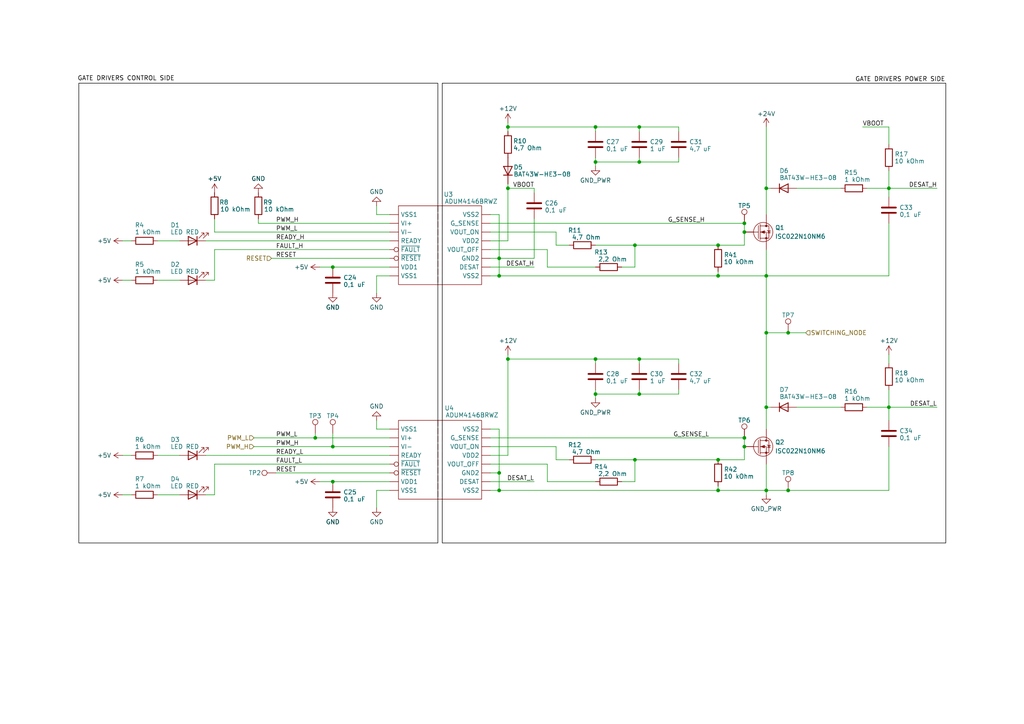
<source format=kicad_sch>
(kicad_sch (version 20231120) (generator "eeschema") (generator_version "8.0")
  (paper "A4")
  (title_block (title "ELE0124CL Power Buck Gate Drivers") (date "2024-08-04") (rev "1.0") (company "ELE0124CL"))
  (lib_symbols
    (symbol "Device:C" (pin_numbers hide) (pin_names (offset 0.254))
      (property "Reference" "C" (at 0.635 2.54 0))
      (property "Value" "C" (at 0.635 -2.54 0))
      (symbol "C_0_1"
        (polyline (pts (xy -2.032 -0.762) (xy 2.032 -0.762)) (stroke (width 0.508)))
        (polyline (pts (xy -2.032 0.762) (xy 2.032 0.762)) (stroke (width 0.508)))
      )
      (symbol "C_1_1"
        (pin passive line (at 0 3.81 270) (length 2.794) (name "~") (number "1"))
        (pin passive line (at 0 -3.81 90) (length 2.794) (name "~") (number "2"))
      )
    )
    (symbol "Device:D" (pin_numbers hide) (pin_names (offset 1.016) hide)
      (property "Reference" "D" (at 0 2.54 0))
      (property "Value" "D" (at 0 -2.54 0))
      (symbol "D_0_1"
        (polyline (pts (xy -1.27 1.27) (xy -1.27 -1.27)) (stroke (width 0.254)))
        (polyline (pts (xy 1.27 0) (xy -1.27 0)))
        (polyline (pts (xy 1.27 1.27) (xy 1.27 -1.27) (xy -1.27 0) (xy 1.27 1.27)) (stroke (width 0.254)))
      )
      (symbol "D_1_1"
        (pin passive line (at -3.81 0 0) (length 2.54) (name "K") (number "1"))
        (pin passive line (at 3.81 0 180) (length 2.54) (name "A") (number "2"))
      )
    )
    (symbol "Device:LED" (pin_numbers hide) (pin_names (offset 1.016) hide)
      (property "Reference" "D" (at 0 2.54 0))
      (property "Value" "LED" (at 0 -2.54 0))
      (symbol "LED_0_1"
        (polyline (pts (xy -1.27 -1.27) (xy -1.27 1.27)) (stroke (width 0.254)))
        (polyline (pts (xy -1.27 0) (xy 1.27 0)))
        (polyline (pts (xy 1.27 -1.27) (xy 1.27 1.27) (xy -1.27 0) (xy 1.27 -1.27)) (stroke (width 0.254)))
        (polyline (pts (xy -3.048 -0.762) (xy -4.572 -2.286) (xy -3.81 -2.286) (xy -4.572 -2.286) (xy -4.572 -1.524)))
        (polyline (pts (xy -1.778 -0.762) (xy -3.302 -2.286) (xy -2.54 -2.286) (xy -3.302 -2.286) (xy -3.302 -1.524)))
      )
      (symbol "LED_1_1"
        (pin passive line (at -3.81 0 0) (length 2.54) (name "K") (number "1"))
        (pin passive line (at 3.81 0 180) (length 2.54) (name "A") (number "2"))
      )
    )
    (symbol "Device:R" (pin_numbers hide) (pin_names (offset 0))
      (property "Reference" "R" (at 2.032 0 90))
      (property "Value" "R" (at 0 0 90))
      (symbol "R_0_1"
        (rectangle (start -1.016 -2.54) (end 1.016 2.54) (stroke (width 0.254)))
      )
      (symbol "R_1_1"
        (pin passive line (at 0 3.81 270) (length 1.27) (name "~") (number "1"))
        (pin passive line (at 0 -3.81 90) (length 1.27) (name "~") (number "2"))
      )
    )
    (symbol "ELE0124CL_library:+12V" (power) (pin_numbers hide) (pin_names (offset 0) hide) (exclude_from_sim yes) (in_bom no)
      (property "Value" "+12V" (at -2.54 3.81 0))
      (symbol "+12V_0_1"
        (polyline (pts (xy -0.762 1.27) (xy 0 2.54)))
        (polyline (pts (xy 0 0) (xy 0 2.54)))
        (polyline (pts (xy 0 2.54) (xy 0.762 1.27)))
      )
      (symbol "+12V_1_1"
        (pin power_in line (at 0 0 90) (length 1.27) hide (name "+12V") (number "1"))
      )
    )
    (symbol "ELE0124CL_library:+24V" (power) (pin_numbers hide) (pin_names (offset 0) hide) (exclude_from_sim yes) (in_bom no)
      (property "Value" "+24V" (at -2.54 3.81 0))
      (symbol "+24V_0_1"
        (polyline (pts (xy -0.762 1.27) (xy 0 2.54)))
        (polyline (pts (xy 0 0) (xy 0 2.54)))
        (polyline (pts (xy 0 2.54) (xy 0.762 1.27)))
      )
      (symbol "+24V_1_1"
        (pin power_in line (at 0 0 90) (length 1.27) hide (name "+24V") (number "1"))
      )
    )
    (symbol "ELE0124CL_library:+5V" (power) (pin_numbers hide) (pin_names (offset 0) hide) (exclude_from_sim yes) (in_bom no)
      (property "Value" "+5V" (at -1.905 3.81 0))
      (symbol "+5V_0_1"
        (polyline (pts (xy -0.762 1.27) (xy 0 2.54)))
        (polyline (pts (xy 0 0) (xy 0 2.54)))
        (polyline (pts (xy 0 2.54) (xy 0.762 1.27)))
      )
      (symbol "+5V_1_1"
        (pin power_in line (at 0 0 90) (length 1.27) hide (name "+5V") (number "1"))
      )
    )
    (symbol "ELE0124CL_library:GATE DRIVER ADUM4146BRWZ" (pin_numbers hide) (pin_names (offset 0.635))
      (property "Reference" "U" (at 0.508 3.175 0))
      (property "Value" "ADUM4146BRWZ" (at 0.508 1.27 0))
      (symbol "GATE DRIVER ADUM4146BRWZ_0_1"
        (rectangle (start 0 0) (end 24.13 -22.86))
      )
      (symbol "GATE DRIVER ADUM4146BRWZ_1_1"
        (polyline (pts (xy 11.43 0) (xy 11.43 -22.86)) (stroke (width 0) (type dash)))
        (polyline (pts (xy 12.7 0) (xy 12.7 -22.86)) (stroke (width 0) (type dash)))
        (pin passive line (at -2.54 -2.54 0) (length 2.54) (name "VSS1") (number "1"))
        (pin passive line (at 26.67 -17.78 180) (length 2.54) (name "DESAT") (number "10"))
        (pin passive line (at 26.67 -15.24 180) (length 2.54) (name "GND2") (number "11"))
        (pin passive line (at 26.67 -12.7 180) (length 2.54) (name "VOUT_OFF") (number "12"))
        (pin passive line (at 26.67 -10.16 180) (length 2.54) (name "VDD2") (number "13"))
        (pin passive line (at 26.67 -7.62 180) (length 2.54) (name "VOUT_ON") (number "14"))
        (pin passive line (at 26.67 -5.08 180) (length 2.54) (name "G_SENSE") (number "15"))
        (pin passive line (at 26.67 -2.54 180) (length 2.54) (name "VSS2") (number "16"))
        (pin passive line (at -2.54 -5.08 0) (length 2.54) (name "VI+") (number "2"))
        (pin passive line (at -2.54 -7.62 0) (length 2.54) (name "VI-") (number "3"))
        (pin passive line (at -2.54 -10.16 0) (length 2.54) (name "READY") (number "4"))
        (pin passive inverted (at -2.54 -12.7 0) (length 2.54) (name "~{FAULT}") (number "5"))
        (pin passive inverted (at -2.54 -15.24 0) (length 2.54) (name "~{RESET}") (number "6"))
        (pin passive line (at -2.54 -17.78 0) (length 2.54) (name "VDD1") (number "7"))
        (pin passive line (at -2.54 -20.32 0) (length 2.54) (name "VSS1") (number "8"))
        (pin passive line (at 26.67 -20.32 180) (length 2.54) (name "VSS2") (number "9"))
      )
    )
    (symbol "ELE0124CL_library:GND" (power) (pin_numbers hide) (pin_names (offset 0) hide) (exclude_from_sim yes) (in_bom no)
      (property "Value" "GND" (at -1.905 -3.81 0))
      (symbol "GND_0_1"
        (polyline (pts (xy 0 0) (xy 0 -1.27) (xy 1.27 -1.27) (xy 0 -2.54) (xy -1.27 -1.27) (xy 0 -1.27)))
      )
      (symbol "GND_1_1"
        (pin power_in line (at 0 0 270) (length 1.27) hide (name "GND") (number "1"))
      )
    )
    (symbol "ELE0124CL_library:GND_PWR" (power) (pin_numbers hide) (pin_names (offset 0) hide) (exclude_from_sim yes) (in_bom no)
      (property "Value" "GND_PWR" (at -4.445 -3.81 0))
      (symbol "GND_PWR_0_1"
        (polyline (pts (xy 0 0) (xy 0 -1.27) (xy 1.27 -1.27) (xy 0 -2.54) (xy -1.27 -1.27) (xy 0 -1.27)))
      )
      (symbol "GND_PWR_1_1"
        (pin power_in line (at 0 0 270) (length 1.27) hide (name "GND_PWR") (number "1"))
      )
    )
    (symbol "ELE0124CL_library:MOSFET N-CHANNEL ISC022N10NM6" (pin_numbers hide) (pin_names (offset 0) hide)
      (property "Reference" "Q" (at 2.54 1.905 0))
      (property "Value" "ISC022N10NM6" (at 2.54 0 0))
      (symbol "MOSFET N-CHANNEL ISC022N10NM6_0_1"
        (circle (center 0 -1.778) (radius 0.254) (fill (type outline)))
        (polyline (pts (xy -2.286 0) (xy -3.81 0)))
        (polyline (pts (xy 0 2.54) (xy 0 1.778)))
        (polyline (pts (xy 0 -2.54) (xy 0 0) (xy -1.778 0)))
        (polyline (pts (xy -1.778 -1.778) (xy 0.762 -1.778) (xy 0.762 1.778) (xy -1.778 1.778)))
        (polyline (pts (xy -1.524 0) (xy -0.508 0.381) (xy -0.508 -0.381) (xy -1.524 0)) (fill (type outline)))
        (polyline (pts (xy 0.254 0.508) (xy 0.381 0.381) (xy 1.143 0.381) (xy 1.27 0.254)))
        (polyline (pts (xy 0.762 0.381) (xy 0.381 -0.254) (xy 1.143 -0.254) (xy 0.762 0.381)))
        (circle (center 0 1.778) (radius 0.254) (fill (type outline)))
      )
      (symbol "MOSFET N-CHANNEL ISC022N10NM6_1_1"
        (circle (center -0.889 0) (radius 2.794))
        (polyline (pts (xy -2.286 1.905) (xy -2.286 -1.905)))
        (polyline (pts (xy -1.778 2.286) (xy -1.778 -2.286)))
        (pin passive line (at 0 -5.08 90) (length 2.54) (name "S") (number "1"))
        (pin passive line (at -6.35 0 0) (length 2.54) (name "G") (number "2"))
        (pin passive line (at 0 5.08 270) (length 2.54) (name "D") (number "3"))
      )
    )
    (symbol "ELE0124CL_library:TP" (pin_numbers hide) (pin_names (offset 0) hide) (in_bom no)
      (property "Reference" "TP" (at -1.27 5.08 0))
      (symbol "TP_0_1"
        (circle (center 0 3.302) (radius 0.762))
      )
      (symbol "TP_1_1"
        (pin passive line (at 0 0 90) (length 2.54) (name "TP") (number "1"))
      )
    )
  )
  (junction (at 215.9 127))
  (junction (at 257.81 54.61))
  (junction (at 144.78 80.01))
  (junction (at 222.25 118.11))
  (junction (at 185.42 36.83))
  (junction (at 147.32 36.83))
  (junction (at 144.78 137.16))
  (junction (at 144.78 74.93))
  (junction (at 215.9 64.77))
  (junction (at 222.25 80.01))
  (junction (at 144.78 142.24))
  (junction (at 96.52 129.54))
  (junction (at 228.6 96.52))
  (junction (at 215.9 67.31))
  (junction (at 208.28 133.35))
  (junction (at 96.52 139.7))
  (junction (at 215.9 129.54))
  (junction (at 172.72 46.99))
  (junction (at 96.52 77.47))
  (junction (at 172.72 114.3))
  (junction (at 208.28 142.24))
  (junction (at 185.42 104.14))
  (junction (at 228.6 142.24))
  (junction (at 147.32 104.14))
  (junction (at 222.25 54.61))
  (junction (at 172.72 36.83))
  (junction (at 91.44 127))
  (junction (at 185.42 46.99))
  (junction (at 184.15 71.12))
  (junction (at 185.42 114.3))
  (junction (at 257.81 118.11))
  (junction (at 208.28 71.12))
  (junction (at 222.25 96.52))
  (junction (at 222.25 142.24))
  (junction (at 208.28 80.01))
  (junction (at 184.15 133.35))
  (junction (at 147.32 54.61))
  (junction (at 172.72 104.14))
  (wire (pts (xy 172.72 45.72) (xy 172.72 46.99)))
  (wire (pts (xy 257.81 64.77) (xy 257.81 80.01)))
  (wire (pts (xy 142.24 74.93) (xy 144.78 74.93)))
  (wire (pts (xy 172.72 114.3) (xy 185.42 114.3)))
  (wire (pts (xy 222.25 96.52) (xy 228.6 96.52)))
  (wire (pts (xy 172.72 104.14) (xy 185.42 104.14)))
  (wire (pts (xy 257.81 54.61) (xy 257.81 57.15)))
  (wire (pts (xy 222.25 72.39) (xy 222.25 80.01)))
  (wire (pts (xy 158.75 134.62) (xy 158.75 139.7)))
  (wire (pts (xy 147.32 36.83) (xy 172.72 36.83)))
  (wire (pts (xy 113.03 124.46) (xy 109.22 124.46)))
  (wire (pts (xy 222.25 54.61) (xy 223.52 54.61)))
  (wire (pts (xy 144.78 124.46) (xy 144.78 137.16)))
  (wire (pts (xy 144.78 80.01) (xy 208.28 80.01)))
  (wire (pts (xy 223.52 118.11) (xy 222.25 118.11)))
  (wire (pts (xy 35.56 81.28) (xy 38.1 81.28)))
  (wire (pts (xy 228.6 142.24) (xy 257.81 142.24)))
  (wire (pts (xy 222.25 142.24) (xy 228.6 142.24)))
  (wire (pts (xy 142.24 132.08) (xy 147.32 132.08)))
  (wire (pts (xy 45.72 143.51) (xy 52.07 143.51)))
  (wire (pts (xy 147.32 69.85) (xy 142.24 69.85)))
  (wire (pts (xy 154.94 55.88) (xy 154.94 54.61)))
  (wire (pts (xy 144.78 137.16) (xy 144.78 142.24)))
  (wire (pts (xy 142.24 129.54) (xy 161.29 129.54)))
  (wire (pts (xy 172.72 114.3) (xy 172.72 115.57)))
  (wire (pts (xy 113.03 77.47) (xy 96.52 77.47)))
  (wire (pts (xy 172.72 46.99) (xy 185.42 46.99)))
  (wire (pts (xy 257.81 118.11) (xy 271.78 118.11)))
  (wire (pts (xy 158.75 72.39) (xy 158.75 77.47)))
  (wire (pts (xy 62.23 63.5) (xy 62.23 67.31)))
  (wire (pts (xy 59.69 69.85) (xy 113.03 69.85)))
  (wire (pts (xy 257.81 118.11) (xy 257.81 121.92)))
  (wire (pts (xy 222.25 142.24) (xy 222.25 143.51)))
  (wire (pts (xy 161.29 71.12) (xy 165.1 71.12)))
  (wire (pts (xy 142.24 127) (xy 215.9 127)))
  (wire (pts (xy 45.72 69.85) (xy 52.07 69.85)))
  (wire (pts (xy 59.69 81.28) (xy 62.23 81.28)))
  (wire (pts (xy 185.42 46.99) (xy 196.85 46.99)))
  (wire (pts (xy 184.15 139.7) (xy 184.15 133.35)))
  (wire (pts (xy 74.93 64.77) (xy 113.03 64.77)))
  (wire (pts (xy 208.28 78.74) (xy 208.28 80.01)))
  (wire (pts (xy 257.81 54.61) (xy 271.78 54.61)))
  (wire (pts (xy 185.42 113.03) (xy 185.42 114.3)))
  (wire (pts (xy 172.72 36.83) (xy 185.42 36.83)))
  (wire (pts (xy 222.25 54.61) (xy 222.25 62.23)))
  (wire (pts (xy 35.56 143.51) (xy 38.1 143.51)))
  (wire (pts (xy 172.72 113.03) (xy 172.72 114.3)))
  (wire (pts (xy 96.52 77.47) (xy 92.71 77.47)))
  (wire (pts (xy 208.28 80.01) (xy 222.25 80.01)))
  (wire (pts (xy 161.29 133.35) (xy 165.1 133.35)))
  (wire (pts (xy 257.81 36.83) (xy 257.81 41.91)))
  (wire (pts (xy 147.32 104.14) (xy 147.32 102.87)))
  (wire (pts (xy 215.9 127) (xy 215.9 129.54)))
  (wire (pts (xy 231.14 54.61) (xy 243.84 54.61)))
  (wire (pts (xy 196.85 45.72) (xy 196.85 46.99)))
  (wire (pts (xy 142.24 137.16) (xy 144.78 137.16)))
  (wire (pts (xy 142.24 80.01) (xy 144.78 80.01)))
  (wire (pts (xy 257.81 102.87) (xy 257.81 105.41)))
  (wire (pts (xy 142.24 67.31) (xy 161.29 67.31)))
  (wire (pts (xy 96.52 125.73) (xy 96.52 129.54)))
  (wire (pts (xy 142.24 62.23) (xy 144.78 62.23)))
  (wire (pts (xy 222.25 80.01) (xy 222.25 96.52)))
  (wire (pts (xy 35.56 69.85) (xy 38.1 69.85)))
  (wire (pts (xy 91.44 125.73) (xy 91.44 127)))
  (wire (pts (xy 257.81 129.54) (xy 257.81 142.24)))
  (wire (pts (xy 147.32 54.61) (xy 147.32 69.85)))
  (wire (pts (xy 208.28 140.97) (xy 208.28 142.24)))
  (wire (pts (xy 35.56 132.08) (xy 38.1 132.08)))
  (wire (pts (xy 208.28 133.35) (xy 215.9 133.35)))
  (wire (pts (xy 62.23 134.62) (xy 113.03 134.62)))
  (wire (pts (xy 185.42 36.83) (xy 185.42 38.1)))
  (wire (pts (xy 147.32 36.83) (xy 147.32 35.56)))
  (wire (pts (xy 185.42 104.14) (xy 196.85 104.14)))
  (wire (pts (xy 215.9 71.12) (xy 215.9 67.31)))
  (wire (pts (xy 158.75 139.7) (xy 172.72 139.7)))
  (wire (pts (xy 250.19 36.83) (xy 257.81 36.83)))
  (wire (pts (xy 172.72 105.41) (xy 172.72 104.14)))
  (wire (pts (xy 185.42 36.83) (xy 196.85 36.83)))
  (wire (pts (xy 172.72 46.99) (xy 172.72 48.26)))
  (wire (pts (xy 147.32 132.08) (xy 147.32 104.14)))
  (wire (pts (xy 185.42 45.72) (xy 185.42 46.99)))
  (wire (pts (xy 144.78 74.93) (xy 154.94 74.93)))
  (wire (pts (xy 180.34 139.7) (xy 184.15 139.7)))
  (wire (pts (xy 196.85 36.83) (xy 196.85 38.1)))
  (wire (pts (xy 196.85 104.14) (xy 196.85 105.41)))
  (wire (pts (xy 158.75 77.47) (xy 172.72 77.47)))
  (wire (pts (xy 142.24 72.39) (xy 158.75 72.39)))
  (wire (pts (xy 144.78 74.93) (xy 144.78 80.01)))
  (wire (pts (xy 172.72 133.35) (xy 184.15 133.35)))
  (wire (pts (xy 228.6 96.52) (xy 233.68 96.52)))
  (wire (pts (xy 172.72 38.1) (xy 172.72 36.83)))
  (wire (pts (xy 109.22 124.46) (xy 109.22 121.92)))
  (wire (pts (xy 80.01 137.16) (xy 113.03 137.16)))
  (wire (pts (xy 78.74 74.93) (xy 113.03 74.93)))
  (wire (pts (xy 222.25 118.11) (xy 222.25 124.46)))
  (wire (pts (xy 208.28 142.24) (xy 222.25 142.24)))
  (wire (pts (xy 142.24 142.24) (xy 144.78 142.24)))
  (wire (pts (xy 222.25 80.01) (xy 257.81 80.01)))
  (wire (pts (xy 185.42 114.3) (xy 196.85 114.3)))
  (wire (pts (xy 74.93 63.5) (xy 74.93 64.77)))
  (wire (pts (xy 184.15 77.47) (xy 184.15 71.12)))
  (wire (pts (xy 184.15 133.35) (xy 208.28 133.35)))
  (wire (pts (xy 196.85 113.03) (xy 196.85 114.3)))
  (wire (pts (xy 184.15 71.12) (xy 208.28 71.12)))
  (wire (pts (xy 257.81 49.53) (xy 257.81 54.61)))
  (wire (pts (xy 96.52 139.7) (xy 113.03 139.7)))
  (wire (pts (xy 59.69 132.08) (xy 113.03 132.08)))
  (wire (pts (xy 142.24 134.62) (xy 158.75 134.62)))
  (wire (pts (xy 109.22 80.01) (xy 109.22 85.09)))
  (wire (pts (xy 73.66 129.54) (xy 96.52 129.54)))
  (wire (pts (xy 109.22 142.24) (xy 109.22 147.32)))
  (wire (pts (xy 62.23 72.39) (xy 113.03 72.39)))
  (wire (pts (xy 142.24 139.7) (xy 154.94 139.7)))
  (wire (pts (xy 251.46 118.11) (xy 257.81 118.11)))
  (wire (pts (xy 142.24 124.46) (xy 144.78 124.46)))
  (wire (pts (xy 92.71 139.7) (xy 96.52 139.7)))
  (wire (pts (xy 147.32 36.83) (xy 147.32 38.1)))
  (wire (pts (xy 45.72 132.08) (xy 52.07 132.08)))
  (wire (pts (xy 222.25 96.52) (xy 222.25 118.11)))
  (wire (pts (xy 73.66 127) (xy 91.44 127)))
  (wire (pts (xy 251.46 54.61) (xy 257.81 54.61)))
  (wire (pts (xy 147.32 104.14) (xy 172.72 104.14)))
  (wire (pts (xy 208.28 71.12) (xy 215.9 71.12)))
  (wire (pts (xy 96.52 129.54) (xy 113.03 129.54)))
  (wire (pts (xy 142.24 64.77) (xy 215.9 64.77)))
  (wire (pts (xy 147.32 53.34) (xy 147.32 54.61)))
  (wire (pts (xy 180.34 77.47) (xy 184.15 77.47)))
  (wire (pts (xy 154.94 63.5) (xy 154.94 74.93)))
  (wire (pts (xy 161.29 129.54) (xy 161.29 133.35)))
  (wire (pts (xy 113.03 62.23) (xy 109.22 62.23)))
  (wire (pts (xy 231.14 118.11) (xy 243.84 118.11)))
  (wire (pts (xy 144.78 142.24) (xy 208.28 142.24)))
  (wire (pts (xy 142.24 77.47) (xy 154.94 77.47)))
  (wire (pts (xy 144.78 62.23) (xy 144.78 74.93)))
  (wire (pts (xy 172.72 71.12) (xy 184.15 71.12)))
  (wire (pts (xy 215.9 129.54) (xy 215.9 133.35)))
  (wire (pts (xy 59.69 143.51) (xy 62.23 143.51)))
  (wire (pts (xy 185.42 104.14) (xy 185.42 105.41)))
  (wire (pts (xy 109.22 62.23) (xy 109.22 59.69)))
  (wire (pts (xy 222.25 36.83) (xy 222.25 54.61)))
  (wire (pts (xy 222.25 134.62) (xy 222.25 142.24)))
  (wire (pts (xy 62.23 81.28) (xy 62.23 72.39)))
  (wire (pts (xy 215.9 64.77) (xy 215.9 67.31)))
  (wire (pts (xy 62.23 143.51) (xy 62.23 134.62)))
  (wire (pts (xy 147.32 54.61) (xy 154.94 54.61)))
  (wire (pts (xy 161.29 67.31) (xy 161.29 71.12)))
  (wire (pts (xy 45.72 81.28) (xy 52.07 81.28)))
  (wire (pts (xy 113.03 142.24) (xy 109.22 142.24)))
  (wire (pts (xy 62.23 67.31) (xy 113.03 67.31)))
  (wire (pts (xy 257.81 113.03) (xy 257.81 118.11)))
  (wire (pts (xy 113.03 80.01) (xy 109.22 80.01)))
  (wire (pts (xy 91.44 127) (xy 113.03 127)))
  (rectangle (start 128.27 24.13) (end 274.32 157.48) (stroke (width 0) (color 0 0 0 1)))
  (rectangle (start 22.86 24.13) (end 127 157.48) (stroke (width 0) (color 0 0 0 1)))
  (text "GATE DRIVERS CONTROL SIDE" (at 36.576 22.86 0) (effects (font (size 1.27 1.27))))
  (text "GATE DRIVERS POWER SIDE" (at 261.112 23.114 0) (effects (font (size 1.27 1.27))))
  (label "FAULT_L" (at 80.01 134.62 0))
  (label "VBOOT" (at 154.94 54.61 180))
  (label "PWM_H" (at 80.01 129.54 0))
  (label "PWM_L" (at 80.01 127 0))
  (label "PWM_H" (at 80.01 64.77 0))
  (label "RESET" (at 80.01 137.16 0))
  (label "RESET" (at 80.01 74.93 0))
  (label "G_SENSE_H" (at 204.47 64.77 180))
  (label "READY_H" (at 80.01 69.85 0))
  (label "READY_L" (at 80.01 132.08 0))
  (label "DESAT_L" (at 154.94 139.7 180))
  (label "VBOOT" (at 250.19 36.83 0))
  (label "DESAT_H" (at 271.78 54.61 180))
  (label "G_SENSE_L" (at 205.74 127 180))
  (label "DESAT_H" (at 154.94 77.47 180))
  (label "DESAT_L" (at 271.78 118.11 180))
  (label "FAULT_H" (at 80.01 72.39 0))
  (label "PWM_L" (at 80.01 67.31 0))
  (hierarchical_label "PWM_H" (shape input) (at 73.66 129.54 180))
  (hierarchical_label "PWM_L" (shape input) (at 73.66 127 180))
  (hierarchical_label "SWITCHING_NODE" (shape input) (at 233.68 96.52 0))
  (hierarchical_label "RESET" (shape input) (at 78.74 74.93 180))
  (symbol (lib_id "Device:R") (at 176.53 139.7 90) (unit 1)
    (property "Reference" "R14" (at 176.276 135.382 90) (effects (justify left)))
    (property "Value" "2,2 Ohm" (at 181.864 137.414 90) (effects (justify left)))
    (property "Footprint" "ELE0124CL_library:R_2512_6332Metric" (effects (hide yes)))
    (property "Description" "Resistor 2.2 Ohm 2512" (effects (hide yes)))
  )
  (symbol (lib_id "Device:R") (at 208.28 74.93 0) (unit 1)
    (property "Reference" "R41" (at 213.868 73.914 0) (effects (justify right)))
    (property "Value" "10 kOhm" (at 218.694 75.946 0) (effects (justify right)))
    (property "Footprint" "ELE0124CL_library:R_0603_1608Metric" (effects (hide yes)))
    (property "Description" "Resistor 10 kOhm 0603" (effects (hide yes)))
  )
  (symbol (lib_id "Device:C") (at 185.42 41.91 0) (unit 1)
    (property "Reference" "C29" (at 188.468 41.148 0) (effects (justify left)))
    (property "Value" "1 uF" (at 188.468 43.18 0) (effects (justify left)))
    (property "Footprint" "ELE0124CL_library:C_1206_3216Metric" (effects (hide yes)))
    (property "Description" "Capacitor Ceramic 1 uF 1206" (effects (hide yes)))
  )
  (symbol (lib_id "Device:C") (at 196.85 109.22 0) (unit 1)
    (property "Reference" "C32" (at 199.898 108.458 0) (effects (justify left)))
    (property "Value" "4,7 uF" (at 199.898 110.49 0) (effects (justify left)))
    (property "Footprint" "ELE0124CL_library:C_1206_3216Metric" (effects (hide yes)))
    (property "Description" "Capacitor Ceramic 4,7 uF 1206 100V" (effects (hide yes)))
  )
  (symbol (lib_id "ELE0124CL_library:MOSFET N-CHANNEL ISC022N10NM6") (at 222.25 129.54 0) (unit 1)
    (property "Reference" "Q2" (at 224.79 128.2699 0) (effects (justify left)))
    (property "Value" "ISC022N10NM6" (at 224.79 130.8099 0) (effects (justify left)))
    (property "Footprint" "ELE0124CL_library:PG-TDSON-8-3" (effects (hide yes)))
    (property "Datasheet" "https://www.infineon.com/dgdl/Infineon-ISC022N10NM6-DataSheet-v02_01-EN.pdf?fileId=8ac78c8c7ba0a117017babad55375f91" (effects (hide yes)))
    (property "Description" "Infineon OptiMOS TM6 Power Mosfet N-Channel 100V" (effects (hide yes)))
  )
  (symbol (lib_id "Device:R") (at 257.81 45.72 0) (unit 1)
    (property "Reference" "R17" (at 263.398 44.704 0) (effects (justify right)))
    (property "Value" "10 kOhm" (at 268.224 46.736 0) (effects (justify right)))
    (property "Footprint" "ELE0124CL_library:R_0603_1608Metric" (effects (hide yes)))
    (property "Description" "Resistor 10 kOhm 0603" (effects (hide yes)))
  )
  (symbol (lib_id "Device:C") (at 257.81 125.73 0) (unit 1)
    (property "Reference" "C34" (at 260.858 124.968 0) (effects (justify left)))
    (property "Value" "0,1 uF" (at 260.858 127 0) (effects (justify left)))
    (property "Footprint" "ELE0124CL_library:C_0603_1608Metric" (effects (hide yes)))
    (property "Description" "Capacitor Ceramic 0.1 uF 0603" (effects (hide yes)))
  )
  (symbol (lib_id "ELE0124CL_library:MOSFET N-CHANNEL ISC022N10NM6") (at 222.25 67.31 0) (unit 1)
    (property "Reference" "Q1" (at 224.79 66.0399 0) (effects (justify left)))
    (property "Value" "ISC022N10NM6" (at 224.79 68.5799 0) (effects (justify left)))
    (property "Footprint" "ELE0124CL_library:PG-TDSON-8-3" (effects (hide yes)))
    (property "Datasheet" "https://www.infineon.com/dgdl/Infineon-ISC022N10NM6-DataSheet-v02_01-EN.pdf?fileId=8ac78c8c7ba0a117017babad55375f91" (effects (hide yes)))
    (property "Description" "Infineon OptiMOS TM6 Power Mosfet N-Channel 100V" (effects (hide yes)))
  )
  (symbol (lib_id "Device:R") (at 208.28 137.16 0) (unit 1)
    (property "Reference" "R42" (at 213.868 136.144 0) (effects (justify right)))
    (property "Value" "10 kOhm" (at 218.694 138.176 0) (effects (justify right)))
    (property "Footprint" "ELE0124CL_library:R_0603_1608Metric" (effects (hide yes)))
    (property "Description" "Resistor 10 kOhm 0603" (effects (hide yes)))
  )
  (symbol (lib_id "Device:C") (at 257.81 60.96 0) (unit 1)
    (property "Reference" "C33" (at 260.858 60.198 0) (effects (justify left)))
    (property "Value" "0,1 uF" (at 260.858 62.23 0) (effects (justify left)))
    (property "Footprint" "ELE0124CL_library:C_0603_1608Metric" (effects (hide yes)))
    (property "Description" "Capacitor Ceramic 0.1 uF 0603" (effects (hide yes)))
  )
  (symbol (lib_id "ELE0124CL_library:TP") (at 80.01 137.16 90) (unit 1) (in_bom no)
    (property "Reference" "TP2" (at 73.914 137.16 90))
    (property "Footprint" "ELE0124CL_library:TP_D1.0mm" (effects (hide yes)))
    (property "Description" "Test Point" (effects (hide yes)))
  )
  (symbol (lib_id "ELE0124CL_library:GND") (at 109.22 59.69 180) (unit 1) (exclude_from_sim yes) (in_bom no)
    (property "Reference" "#PWR03" (effects (hide yes)))
    (property "Value" "GND" (at 109.22 55.626 0))
    (property "Description" "Global label with name \"GND\"" (effects (hide yes)))
  )
  (symbol (lib_id "Device:C") (at 96.52 81.28 0) (unit 1)
    (property "Reference" "C24" (at 99.568 80.518 0) (effects (justify left)))
    (property "Value" "0,1 uF" (at 99.568 82.55 0) (effects (justify left)))
    (property "Footprint" "ELE0124CL_library:C_0603_1608Metric" (effects (hide yes)))
    (property "Description" "Capacitor Ceramic 0.1 uF 0603" (effects (hide yes)))
  )
  (symbol (lib_id "Device:R") (at 176.53 77.47 90) (unit 1)
    (property "Reference" "R13" (at 176.276 73.152 90) (effects (justify left)))
    (property "Value" "2,2 Ohm" (at 181.864 75.184 90) (effects (justify left)))
    (property "Footprint" "ELE0124CL_library:R_2512_6332Metric" (effects (hide yes)))
    (property "Description" "Resistor 2.2 Ohm 2512" (effects (hide yes)))
  )
  (symbol (lib_id "Device:R") (at 257.81 109.22 0) (unit 1)
    (property "Reference" "R18" (at 263.398 108.204 0) (effects (justify right)))
    (property "Value" "10 kOhm" (at 268.224 110.236 0) (effects (justify right)))
    (property "Footprint" "ELE0124CL_library:R_0603_1608Metric" (effects (hide yes)))
    (property "Description" "Resistor 10 kOhm 0603" (effects (hide yes)))
  )
  (symbol (lib_id "Device:R") (at 247.65 54.61 90) (unit 1)
    (property "Reference" "R15" (at 244.856 50.038 90) (effects (justify right)))
    (property "Value" "1 kOhm" (at 244.856 52.07 90) (effects (justify right)))
    (property "Footprint" "ELE0124CL_library:R_0603_1608Metric" (effects (hide yes)))
    (property "Description" "Resistor 1 kOhm 0603" (effects (hide yes)))
  )
  (symbol (lib_id "ELE0124CL_library:+5V") (at 62.23 55.88 0) (unit 1) (exclude_from_sim yes) (in_bom no)
    (property "Reference" "#PWR08" (effects (hide yes)))
    (property "Value" "+5V" (at 62.23 51.816 0))
    (property "Description" "Global label with name \"+5V\"" (effects (hide yes)))
  )
  (symbol (lib_id "Device:R") (at 41.91 81.28 90) (unit 1)
    (property "Reference" "R5" (at 39.116 76.708 90) (effects (justify right)))
    (property "Value" "1 kOhm" (at 39.116 78.74 90) (effects (justify right)))
    (property "Footprint" "ELE0124CL_library:R_0603_1608Metric" (effects (hide yes)))
    (property "Description" "Resistor 1 kOhm 0603" (effects (hide yes)))
  )
  (symbol (lib_id "ELE0124CL_library:GND") (at 96.52 85.09 0) (unit 1) (exclude_from_sim yes) (in_bom no)
    (property "Reference" "#PWR06" (effects (hide yes)))
    (property "Value" "GND" (at 96.52 89.154 0))
    (property "Description" "Global label with name \"GND\"" (effects (hide yes)))
  )
  (symbol (lib_id "ELE0124CL_library:GATE DRIVER ADUM4146BRWZ") (at 115.57 59.69 0) (unit 1)
    (property "Reference" "U3" (at 130.048 56.388 0))
    (property "Value" "ADUM4146BRWZ" (at 136.652 58.42 0))
    (property "Footprint" "ELE0124CL_library:SOIC-16W_9.60mm_P1.27mm" (effects (hide yes)))
    (property "Datasheet" "https://www.analog.com/media/en/technical-documentation/data-sheets/adum4146.pdf" (effects (hide yes)))
    (property "Description" "Analog Devices High Voltage Isolated Bipolar Gate Driver" (effects (hide yes)))
  )
  (symbol (lib_id "ELE0124CL_library:+12V") (at 147.32 102.87 0) (unit 1) (exclude_from_sim yes) (in_bom no)
    (property "Reference" "#PWR023" (effects (hide yes)))
    (property "Value" "+12V" (at 147.32 98.806 0))
    (property "Description" "Global label with name \"+12V\"" (effects (hide yes)))
  )
  (symbol (lib_id "Device:C") (at 185.42 109.22 0) (unit 1)
    (property "Reference" "C30" (at 188.468 108.458 0) (effects (justify left)))
    (property "Value" "1 uF" (at 188.468 110.49 0) (effects (justify left)))
    (property "Footprint" "ELE0124CL_library:C_1206_3216Metric" (effects (hide yes)))
    (property "Description" "Capacitor Ceramic 1 uF 1206" (effects (hide yes)))
  )
  (symbol (lib_id "ELE0124CL_library:+12V") (at 257.81 102.87 0) (unit 1) (exclude_from_sim yes) (in_bom no)
    (property "Reference" "#PWR013" (effects (hide yes)))
    (property "Value" "+12V" (at 257.81 98.806 0))
    (property "Description" "Global label with name \"+12V\"" (effects (hide yes)))
  )
  (symbol (lib_id "Device:LED") (at 55.88 143.51 180) (unit 1)
    (property "Reference" "D4" (at 50.8 138.938 0))
    (property "Value" "LED RED" (at 53.594 140.97 0))
    (property "Footprint" "ELE0124CL_library:D_0603_1608Metric" (effects (hide yes)))
    (property "Description" "Light Emitting Diode Red" (effects (hide yes)))
  )
  (symbol (lib_id "Device:R") (at 247.65 118.11 90) (unit 1)
    (property "Reference" "R16" (at 244.856 113.538 90) (effects (justify right)))
    (property "Value" "1 kOhm" (at 244.856 115.57 90) (effects (justify right)))
    (property "Footprint" "ELE0124CL_library:R_0603_1608Metric" (effects (hide yes)))
    (property "Description" "Resistor 1 kOhm 0603" (effects (hide yes)))
  )
  (symbol (lib_id "Device:R") (at 168.91 133.35 90) (unit 1)
    (property "Reference" "R12" (at 168.656 129.032 90) (effects (justify left)))
    (property "Value" "4,7 Ohm" (at 174.244 131.064 90) (effects (justify left)))
    (property "Footprint" "ELE0124CL_library:R_2512_6332Metric" (effects (hide yes)))
    (property "Description" "Resistor 4.7 Ohm 2512" (effects (hide yes)))
  )
  (symbol (lib_id "ELE0124CL_library:+5V") (at 35.56 69.85 90) (unit 1) (exclude_from_sim yes) (in_bom no)
    (property "Reference" "#PWR04" (effects (hide yes)))
    (property "Value" "+5V" (at 30.226 69.85 90))
    (property "Description" "Global label with name \"+5V\"" (effects (hide yes)))
  )
  (symbol (lib_id "Device:LED") (at 55.88 132.08 180) (unit 1)
    (property "Reference" "D3" (at 50.8 127.508 0))
    (property "Value" "LED RED" (at 53.594 129.54 0))
    (property "Footprint" "ELE0124CL_library:D_0603_1608Metric" (effects (hide yes)))
    (property "Description" "Light Emitting Diode Red" (effects (hide yes)))
  )
  (symbol (lib_id "Device:R") (at 74.93 59.69 0) (unit 1)
    (property "Reference" "R9" (at 78.994 58.674 0) (effects (justify right)))
    (property "Value" "10 kOhm" (at 85.344 60.706 0) (effects (justify right)))
    (property "Footprint" "ELE0124CL_library:R_0603_1608Metric" (effects (hide yes)))
    (property "Description" "Resistor 10 kOhm 0603" (effects (hide yes)))
  )
  (symbol (lib_id "Device:LED") (at 55.88 81.28 180) (unit 1)
    (property "Reference" "D2" (at 50.8 76.708 0))
    (property "Value" "LED RED" (at 53.594 78.74 0))
    (property "Footprint" "ELE0124CL_library:D_0603_1608Metric" (effects (hide yes)))
    (property "Description" "Light Emitting Diode Red" (effects (hide yes)))
  )
  (symbol (lib_id "Device:D") (at 227.33 54.61 0) (unit 1)
    (property "Reference" "D6" (at 226.06 49.53 0) (effects (justify left)))
    (property "Value" "BAT43W-HE3-08" (at 226.06 51.562 0) (effects (justify left)))
    (property "Footprint" "ELE0124CL_library:D_SOD-123" (effects (hide yes)))
    (property "Description" "Diode BAT43W-HE3-08" (effects (hide yes)))
  )
  (symbol (lib_id "Device:LED") (at 55.88 69.85 180) (unit 1)
    (property "Reference" "D1" (at 50.8 65.278 0))
    (property "Value" "LED RED" (at 53.594 67.31 0))
    (property "Footprint" "ELE0124CL_library:D_0603_1608Metric" (effects (hide yes)))
    (property "Description" "Light Emitting Diode Red" (effects (hide yes)))
  )
  (symbol (lib_id "Device:D") (at 147.32 49.53 90) (unit 1)
    (property "Reference" "D5" (at 151.638 48.514 90) (effects (justify left)))
    (property "Value" "BAT43W-HE3-08" (at 165.608 50.546 90) (effects (justify left)))
    (property "Footprint" "ELE0124CL_library:D_SOD-123" (effects (hide yes)))
    (property "Description" "Diode BAT43W-HE3-08" (effects (hide yes)))
  )
  (symbol (lib_id "Device:R") (at 62.23 59.69 0) (unit 1)
    (property "Reference" "R8" (at 66.294 58.674 0) (effects (justify right)))
    (property "Value" "10 kOhm" (at 72.644 60.706 0) (effects (justify right)))
    (property "Footprint" "ELE0124CL_library:R_0603_1608Metric" (effects (hide yes)))
    (property "Description" "Resistor 10 kOhm 0603" (effects (hide yes)))
  )
  (symbol (lib_id "Device:R") (at 168.91 71.12 90) (unit 1)
    (property "Reference" "R11" (at 168.656 66.802 90) (effects (justify left)))
    (property "Value" "4,7 Ohm" (at 174.244 68.834 90) (effects (justify left)))
    (property "Footprint" "ELE0124CL_library:R_2512_6332Metric" (effects (hide yes)))
    (property "Description" "Resistor 4.7 Ohm 2512" (effects (hide yes)))
  )
  (symbol (lib_id "ELE0124CL_library:GND") (at 96.52 147.32 0) (unit 1) (exclude_from_sim yes) (in_bom no)
    (property "Reference" "#PWR011" (effects (hide yes)))
    (property "Value" "GND" (at 96.52 151.384 0))
    (property "Description" "Global label with name \"GND\"" (effects (hide yes)))
  )
  (symbol (lib_id "ELE0124CL_library:GND_PWR") (at 172.72 115.57 0) (unit 1) (exclude_from_sim yes) (in_bom no)
    (property "Reference" "#PWR024" (effects (hide yes)))
    (property "Value" "GND_PWR" (at 172.72 119.634 0))
    (property "Description" "Global label with name \"GND_PWR\"" (effects (hide yes)))
  )
  (symbol (lib_id "ELE0124CL_library:TP") (at 96.52 125.73 0) (unit 1) (in_bom no)
    (property "Reference" "TP4" (at 96.52 120.65 0))
    (property "Footprint" "ELE0124CL_library:TP_D1.0mm" (effects (hide yes)))
    (property "Description" "Test Point" (effects (hide yes)))
  )
  (symbol (lib_id "Device:C") (at 172.72 41.91 0) (unit 1)
    (property "Reference" "C27" (at 175.768 41.148 0) (effects (justify left)))
    (property "Value" "0,1 uF" (at 175.768 43.18 0) (effects (justify left)))
    (property "Footprint" "ELE0124CL_library:C_0603_1608Metric" (effects (hide yes)))
    (property "Description" "Capacitor Ceramic 0.1 uF 0603" (effects (hide yes)))
  )
  (symbol (lib_id "Device:R") (at 41.91 69.85 90) (unit 1)
    (property "Reference" "R4" (at 39.116 65.278 90) (effects (justify right)))
    (property "Value" "1 kOhm" (at 39.116 67.31 90) (effects (justify right)))
    (property "Footprint" "ELE0124CL_library:R_0603_1608Metric" (effects (hide yes)))
    (property "Description" "Resistor 1 kOhm 0603" (effects (hide yes)))
  )
  (symbol (lib_id "ELE0124CL_library:+5V") (at 35.56 132.08 90) (unit 1) (exclude_from_sim yes) (in_bom no)
    (property "Reference" "#PWR010" (effects (hide yes)))
    (property "Value" "+5V" (at 30.226 132.08 90))
    (property "Description" "Global label with name \"+5V\"" (effects (hide yes)))
  )
  (symbol (lib_id "Device:C") (at 172.72 109.22 0) (unit 1)
    (property "Reference" "C28" (at 175.768 108.458 0) (effects (justify left)))
    (property "Value" "0,1 uF" (at 175.768 110.49 0) (effects (justify left)))
    (property "Footprint" "ELE0124CL_library:C_0603_1608Metric" (effects (hide yes)))
    (property "Description" "Capacitor Ceramic 0.1 uF 0603" (effects (hide yes)))
  )
  (symbol (lib_id "ELE0124CL_library:+5V") (at 92.71 139.7 90) (unit 1) (exclude_from_sim yes) (in_bom no)
    (property "Reference" "#PWR09" (effects (hide yes)))
    (property "Value" "+5V" (at 87.376 139.7 90))
    (property "Description" "Global label with name \"+5V\"" (effects (hide yes)))
  )
  (symbol (lib_id "Device:R") (at 41.91 143.51 90) (unit 1)
    (property "Reference" "R7" (at 39.116 138.938 90) (effects (justify right)))
    (property "Value" "1 kOhm" (at 39.116 140.97 90) (effects (justify right)))
    (property "Footprint" "ELE0124CL_library:R_0603_1608Metric" (effects (hide yes)))
    (property "Description" "Resistor 1 kOhm 0603" (effects (hide yes)))
  )
  (symbol (lib_id "ELE0124CL_library:+5V") (at 35.56 81.28 90) (unit 1) (exclude_from_sim yes) (in_bom no)
    (property "Reference" "#PWR05" (effects (hide yes)))
    (property "Value" "+5V" (at 30.226 81.28 90))
    (property "Description" "Global label with name \"+5V\"" (effects (hide yes)))
  )
  (symbol (lib_id "ELE0124CL_library:+12V") (at 147.32 35.56 0) (unit 1) (exclude_from_sim yes) (in_bom no)
    (property "Reference" "#PWR014" (effects (hide yes)))
    (property "Value" "+12V" (at 147.32 31.496 0))
    (property "Description" "Global label with name \"+12V\"" (effects (hide yes)))
  )
  (symbol (lib_id "ELE0124CL_library:GND") (at 109.22 147.32 0) (unit 1) (exclude_from_sim yes) (in_bom no)
    (property "Reference" "#PWR020" (effects (hide yes)))
    (property "Value" "GND" (at 109.22 151.384 0))
    (property "Description" "Global label with name \"GND\"" (effects (hide yes)))
  )
  (symbol (lib_id "ELE0124CL_library:GND_PWR") (at 172.72 48.26 0) (unit 1) (exclude_from_sim yes) (in_bom no)
    (property "Reference" "#PWR022" (effects (hide yes)))
    (property "Value" "GND_PWR" (at 172.72 52.324 0))
    (property "Description" "Global label with name \"GND_PWR\"" (effects (hide yes)))
  )
  (symbol (lib_id "Device:D") (at 227.33 118.11 0) (unit 1)
    (property "Reference" "D7" (at 226.06 113.03 0) (effects (justify left)))
    (property "Value" "BAT43W-HE3-08" (at 226.06 115.062 0) (effects (justify left)))
    (property "Footprint" "ELE0124CL_library:D_SOD-123" (effects (hide yes)))
    (property "Description" "Diode BAT43W-HE3-08" (effects (hide yes)))
  )
  (symbol (lib_id "Device:C") (at 154.94 59.69 0) (unit 1)
    (property "Reference" "C26" (at 157.988 58.928 0) (effects (justify left)))
    (property "Value" "0,1 uF" (at 157.988 60.96 0) (effects (justify left)))
    (property "Footprint" "ELE0124CL_library:C_1206_3216Metric" (effects (hide yes)))
    (property "Description" "Capacitor Ceramic 0.1 uF 1206" (effects (hide yes)))
  )
  (symbol (lib_id "Device:R") (at 41.91 132.08 90) (unit 1)
    (property "Reference" "R6" (at 39.116 127.508 90) (effects (justify right)))
    (property "Value" "1 kOhm" (at 39.116 129.54 90) (effects (justify right)))
    (property "Footprint" "ELE0124CL_library:R_0603_1608Metric" (effects (hide yes)))
    (property "Description" "Resistor 1 kOhm 0603" (effects (hide yes)))
  )
  (symbol (lib_id "ELE0124CL_library:+24V") (at 222.25 36.83 0) (unit 1) (exclude_from_sim yes) (in_bom no)
    (property "Reference" "#PWR017" (effects (hide yes)))
    (property "Value" "+24V" (at 222.25 33.02 0))
    (property "Description" "Global label with name \"+24V\"" (effects (hide yes)))
  )
  (symbol (lib_id "ELE0124CL_library:+5V") (at 92.71 77.47 90) (unit 1) (exclude_from_sim yes) (in_bom no)
    (property "Reference" "#PWR01" (effects (hide yes)))
    (property "Value" "+5V" (at 87.376 77.47 90))
    (property "Description" "Global label with name \"+5V\"" (effects (hide yes)))
  )
  (symbol (lib_id "ELE0124CL_library:TP") (at 215.9 64.77 0) (unit 1) (in_bom no)
    (property "Reference" "TP5" (at 215.9 59.69 0))
    (property "Footprint" "ELE0124CL_library:TP_THT" (effects (hide yes)))
    (property "Description" "Test Point" (effects (hide yes)))
  )
  (symbol (lib_id "ELE0124CL_library:GND") (at 109.22 85.09 0) (unit 1) (exclude_from_sim yes) (in_bom no)
    (property "Reference" "#PWR02" (effects (hide yes)))
    (property "Value" "GND" (at 109.22 89.154 0))
    (property "Description" "Global label with name \"GND\"" (effects (hide yes)))
  )
  (symbol (lib_id "Device:C") (at 96.52 143.51 0) (unit 1)
    (property "Reference" "C25" (at 99.568 142.748 0) (effects (justify left)))
    (property "Value" "0,1 uF" (at 99.568 144.78 0) (effects (justify left)))
    (property "Footprint" "ELE0124CL_library:C_0603_1608Metric" (effects (hide yes)))
    (property "Description" "Capacitor Ceramic 0.1 uF 0603" (effects (hide yes)))
  )
  (symbol (lib_id "ELE0124CL_library:TP") (at 91.44 125.73 0) (unit 1) (in_bom no)
    (property "Reference" "TP3" (at 91.44 120.65 0))
    (property "Footprint" "ELE0124CL_library:TP_D1.0mm" (effects (hide yes)))
    (property "Description" "Test Point" (effects (hide yes)))
  )
  (symbol (lib_id "ELE0124CL_library:GATE DRIVER ADUM4146BRWZ") (at 115.57 121.92 0) (unit 1)
    (property "Reference" "U4" (at 130.302 118.364 0))
    (property "Value" "ADUM4146BRWZ" (at 136.906 120.396 0))
    (property "Footprint" "ELE0124CL_library:SOIC-16W_9.60mm_P1.27mm" (effects (hide yes)))
    (property "Datasheet" "https://www.analog.com/media/en/technical-documentation/data-sheets/adum4146.pdf" (effects (hide yes)))
    (property "Description" "Analog Devices High Voltage Isolated Bipolar Gate Driver" (effects (hide yes)))
  )
  (symbol (lib_id "ELE0124CL_library:TP") (at 228.6 142.24 0) (unit 1) (in_bom no)
    (property "Reference" "TP8" (at 228.6 137.16 0))
    (property "Footprint" "ELE0124CL_library:TP_THT" (effects (hide yes)))
    (property "Description" "Test Point" (effects (hide yes)))
  )
  (symbol (lib_id "ELE0124CL_library:+5V") (at 35.56 143.51 90) (unit 1) (exclude_from_sim yes) (in_bom no)
    (property "Reference" "#PWR012" (effects (hide yes)))
    (property "Value" "+5V" (at 30.226 143.51 90))
    (property "Description" "Global label with name \"+5V\"" (effects (hide yes)))
  )
  (symbol (lib_id "ELE0124CL_library:GND") (at 74.93 55.88 180) (unit 1) (exclude_from_sim yes) (in_bom no)
    (property "Reference" "#PWR07" (effects (hide yes)))
    (property "Value" "GND" (at 74.93 51.816 0))
    (property "Description" "Global label with name \"GND\"" (effects (hide yes)))
  )
  (symbol (lib_id "Device:R") (at 147.32 41.91 0) (unit 1)
    (property "Reference" "R10" (at 148.844 40.894 0) (effects (justify left)))
    (property "Value" "4,7 Ohm" (at 148.844 42.926 0) (effects (justify left)))
    (property "Footprint" "ELE0124CL_library:R_2512_6332Metric" (effects (hide yes)))
    (property "Description" "Resistor 4.7 Ohm 2512" (effects (hide yes)))
  )
  (symbol (lib_id "Device:C") (at 196.85 41.91 0) (unit 1)
    (property "Reference" "C31" (at 199.898 41.148 0) (effects (justify left)))
    (property "Value" "4,7 uF" (at 199.898 43.18 0) (effects (justify left)))
    (property "Footprint" "ELE0124CL_library:C_1206_3216Metric" (effects (hide yes)))
    (property "Description" "Capacitor Ceramic 4,7 uF 1206 100V" (effects (hide yes)))
  )
  (symbol (lib_id "ELE0124CL_library:TP") (at 228.6 96.52 0) (unit 1) (in_bom no)
    (property "Reference" "TP7" (at 228.6 91.44 0))
    (property "Footprint" "ELE0124CL_library:TP_THT" (effects (hide yes)))
    (property "Description" "Test Point" (effects (hide yes)))
  )
  (symbol (lib_id "ELE0124CL_library:GND_PWR") (at 222.25 143.51 0) (unit 1) (exclude_from_sim yes) (in_bom no)
    (property "Reference" "#PWR021" (effects (hide yes)))
    (property "Value" "GND_PWR" (at 222.25 147.574 0))
    (property "Description" "Global label with name \"GND_PWR\"" (effects (hide yes)))
  )
  (symbol (lib_id "ELE0124CL_library:GND") (at 109.22 121.92 180) (unit 1) (exclude_from_sim yes) (in_bom no)
    (property "Reference" "#PWR019" (effects (hide yes)))
    (property "Value" "GND" (at 109.22 117.856 0))
    (property "Description" "Global label with name \"GND\"" (effects (hide yes)))
  )
  (symbol (lib_id "ELE0124CL_library:TP") (at 215.9 127 0) (unit 1) (in_bom no)
    (property "Reference" "TP6" (at 215.9 121.92 0))
    (property "Footprint" "ELE0124CL_library:TP_THT" (effects (hide yes)))
    (property "Description" "Test Point" (effects (hide yes)))
  )
)
</source>
